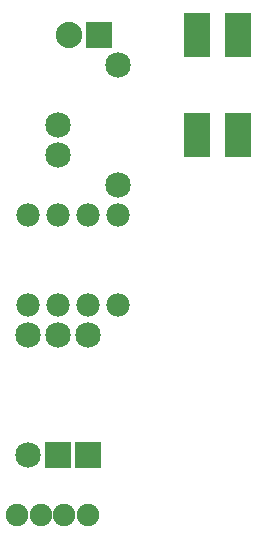
<source format=gts>
G04 MADE WITH FRITZING*
G04 WWW.FRITZING.ORG*
G04 DOUBLE SIDED*
G04 HOLES PLATED*
G04 CONTOUR ON CENTER OF CONTOUR VECTOR*
%ASAXBY*%
%FSLAX23Y23*%
%MOIN*%
%OFA0B0*%
%SFA1.0B1.0*%
%ADD10C,0.085000*%
%ADD11C,0.075000*%
%ADD12C,0.088000*%
%ADD13C,0.078000*%
%ADD14R,0.085000X0.085000*%
%ADD15R,0.088740X0.147795*%
%ADD16R,0.088000X0.088000*%
%ADD17C,0.030000*%
%LNMASK1*%
G90*
G70*
G54D10*
X271Y1476D03*
X271Y1576D03*
G54D11*
X135Y276D03*
X214Y276D03*
X292Y276D03*
X371Y276D03*
G54D10*
X471Y1376D03*
X471Y1776D03*
X371Y476D03*
X371Y876D03*
X171Y476D03*
X171Y876D03*
X271Y476D03*
X271Y876D03*
G54D12*
X407Y1876D03*
X307Y1876D03*
G54D13*
X471Y1276D03*
X371Y1276D03*
X271Y1276D03*
X171Y1276D03*
X171Y976D03*
X271Y976D03*
X371Y976D03*
X471Y976D03*
X471Y1276D03*
X371Y1276D03*
X271Y1276D03*
X171Y1276D03*
X171Y976D03*
X271Y976D03*
X371Y976D03*
X471Y976D03*
G54D14*
X371Y476D03*
X271Y476D03*
G54D15*
X733Y1541D03*
X871Y1541D03*
X871Y1876D03*
X733Y1876D03*
G54D16*
X407Y1876D03*
G54D17*
G36*
X244Y1503D02*
X299Y1503D01*
X299Y1448D01*
X244Y1448D01*
X244Y1503D01*
G37*
D02*
G36*
X444Y1403D02*
X499Y1403D01*
X499Y1348D01*
X444Y1348D01*
X444Y1403D01*
G37*
D02*
G36*
X144Y503D02*
X199Y503D01*
X199Y448D01*
X144Y448D01*
X144Y503D01*
G37*
D02*
G04 End of Mask1*
M02*
</source>
